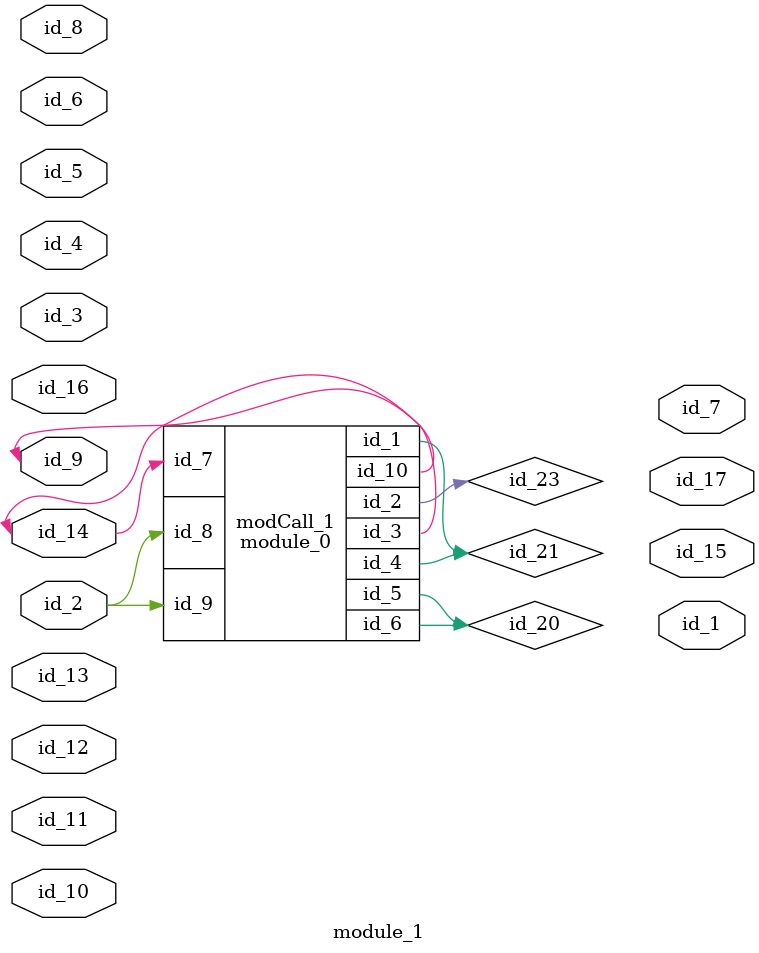
<source format=v>
module module_0 (
    id_1,
    id_2,
    id_3,
    id_4,
    id_5,
    id_6,
    id_7,
    id_8,
    id_9,
    id_10
);
  inout wire id_10;
  input wire id_9;
  input wire id_8;
  input wire id_7;
  inout wire id_6;
  output wire id_5;
  output wire id_4;
  inout wire id_3;
  inout wire id_2;
  output wire id_1;
  wire id_11;
  wand id_12;
  assign id_2 = id_6;
  assign id_2 = id_9;
  assign id_3 = $realtime;
  wire id_13;
  assign id_12 = $realtime;
endmodule
module module_1 (
    id_1,
    id_2,
    id_3,
    id_4,
    id_5,
    id_6,
    id_7,
    id_8,
    id_9,
    id_10,
    id_11,
    id_12,
    id_13,
    id_14,
    id_15,
    id_16,
    id_17
);
  output wire id_17;
  inout wire id_16;
  output wire id_15;
  inout wire id_14;
  inout wire id_13;
  input wire id_12;
  input wire id_11;
  input wire id_10;
  inout wire id_9;
  inout wire id_8;
  output wire id_7;
  input wire id_6;
  input wire id_5;
  input wire id_4;
  input wire id_3;
  input wire id_2;
  output wire id_1;
  wire id_18;
  wire id_19;
  wire id_20, id_21, id_22;
  wire id_23;
  module_0 modCall_1 (
      id_21,
      id_23,
      id_14,
      id_21,
      id_20,
      id_20,
      id_14,
      id_2,
      id_2,
      id_9
  );
  wire id_24;
endmodule

</source>
